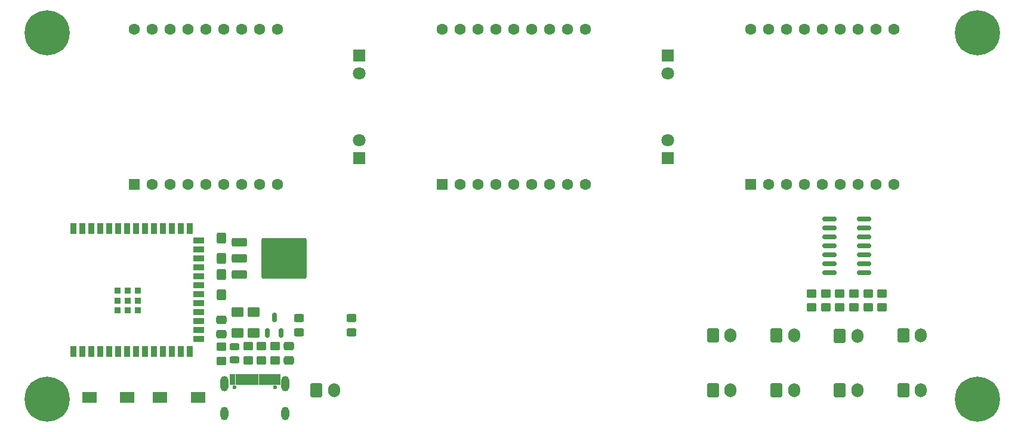
<source format=gts>
G04 #@! TF.GenerationSoftware,KiCad,Pcbnew,8.0.4*
G04 #@! TF.CreationDate,2024-11-10T20:41:49+01:00*
G04 #@! TF.ProjectId,SchrackMulticlock,53636872-6163-46b4-9d75-6c7469636c6f,v0.0.4*
G04 #@! TF.SameCoordinates,Original*
G04 #@! TF.FileFunction,Soldermask,Top*
G04 #@! TF.FilePolarity,Negative*
%FSLAX46Y46*%
G04 Gerber Fmt 4.6, Leading zero omitted, Abs format (unit mm)*
G04 Created by KiCad (PCBNEW 8.0.4) date 2024-11-10 20:41:49*
%MOMM*%
%LPD*%
G01*
G04 APERTURE LIST*
G04 Aperture macros list*
%AMRoundRect*
0 Rectangle with rounded corners*
0 $1 Rounding radius*
0 $2 $3 $4 $5 $6 $7 $8 $9 X,Y pos of 4 corners*
0 Add a 4 corners polygon primitive as box body*
4,1,4,$2,$3,$4,$5,$6,$7,$8,$9,$2,$3,0*
0 Add four circle primitives for the rounded corners*
1,1,$1+$1,$2,$3*
1,1,$1+$1,$4,$5*
1,1,$1+$1,$6,$7*
1,1,$1+$1,$8,$9*
0 Add four rect primitives between the rounded corners*
20,1,$1+$1,$2,$3,$4,$5,0*
20,1,$1+$1,$4,$5,$6,$7,0*
20,1,$1+$1,$6,$7,$8,$9,0*
20,1,$1+$1,$8,$9,$2,$3,0*%
G04 Aperture macros list end*
%ADD10C,0.010000*%
%ADD11RoundRect,0.243750X-0.456250X0.243750X-0.456250X-0.243750X0.456250X-0.243750X0.456250X0.243750X0*%
%ADD12C,0.800000*%
%ADD13C,6.400000*%
%ADD14RoundRect,0.250001X-0.624999X0.462499X-0.624999X-0.462499X0.624999X-0.462499X0.624999X0.462499X0*%
%ADD15RoundRect,0.250000X0.450000X-0.325000X0.450000X0.325000X-0.450000X0.325000X-0.450000X-0.325000X0*%
%ADD16R,2.000000X1.600000*%
%ADD17C,0.600000*%
%ADD18O,1.104000X2.204000*%
%ADD19O,1.104000X1.904000*%
%ADD20RoundRect,0.250000X-0.600000X-0.750000X0.600000X-0.750000X0.600000X0.750000X-0.600000X0.750000X0*%
%ADD21O,1.700000X2.000000*%
%ADD22RoundRect,0.250000X-0.450000X0.350000X-0.450000X-0.350000X0.450000X-0.350000X0.450000X0.350000X0*%
%ADD23R,1.600000X1.600000*%
%ADD24C,1.600000*%
%ADD25RoundRect,0.250000X-0.475000X0.337500X-0.475000X-0.337500X0.475000X-0.337500X0.475000X0.337500X0*%
%ADD26R,1.800000X1.800000*%
%ADD27C,1.800000*%
%ADD28R,0.900000X1.500000*%
%ADD29R,1.500000X0.900000*%
%ADD30R,0.900000X0.900000*%
%ADD31RoundRect,0.150000X0.150000X-0.512500X0.150000X0.512500X-0.150000X0.512500X-0.150000X-0.512500X0*%
%ADD32RoundRect,0.250000X0.450000X-0.350000X0.450000X0.350000X-0.450000X0.350000X-0.450000X-0.350000X0*%
%ADD33RoundRect,0.250000X-0.850000X-0.350000X0.850000X-0.350000X0.850000X0.350000X-0.850000X0.350000X0*%
%ADD34RoundRect,0.249997X-2.950003X-2.650003X2.950003X-2.650003X2.950003X2.650003X-2.950003X2.650003X0*%
%ADD35RoundRect,0.250000X0.475000X-0.337500X0.475000X0.337500X-0.475000X0.337500X-0.475000X-0.337500X0*%
%ADD36RoundRect,0.250000X-0.425000X0.537500X-0.425000X-0.537500X0.425000X-0.537500X0.425000X0.537500X0*%
%ADD37RoundRect,0.250000X0.425000X-0.537500X0.425000X0.537500X-0.425000X0.537500X-0.425000X-0.537500X0*%
%ADD38RoundRect,0.150000X0.825000X0.150000X-0.825000X0.150000X-0.825000X-0.150000X0.825000X-0.150000X0*%
G04 APERTURE END LIST*
D10*
X153470000Y-112700000D02*
X152770000Y-112700000D01*
X152770000Y-111260000D01*
X153470000Y-111260000D01*
X153470000Y-112700000D01*
G36*
X153470000Y-112700000D02*
G01*
X152770000Y-112700000D01*
X152770000Y-111260000D01*
X153470000Y-111260000D01*
X153470000Y-112700000D01*
G37*
X154270000Y-112700000D02*
X153570000Y-112700000D01*
X153570000Y-111260000D01*
X154270000Y-111260000D01*
X154270000Y-112700000D01*
G36*
X154270000Y-112700000D02*
G01*
X153570000Y-112700000D01*
X153570000Y-111260000D01*
X154270000Y-111260000D01*
X154270000Y-112700000D01*
G37*
X154770000Y-112700000D02*
X154370000Y-112700000D01*
X154370000Y-111260000D01*
X154770000Y-111260000D01*
X154770000Y-112700000D01*
G36*
X154770000Y-112700000D02*
G01*
X154370000Y-112700000D01*
X154370000Y-111260000D01*
X154770000Y-111260000D01*
X154770000Y-112700000D01*
G37*
X155270000Y-112700000D02*
X154870000Y-112700000D01*
X154870000Y-111260000D01*
X155270000Y-111260000D01*
X155270000Y-112700000D01*
G36*
X155270000Y-112700000D02*
G01*
X154870000Y-112700000D01*
X154870000Y-111260000D01*
X155270000Y-111260000D01*
X155270000Y-112700000D01*
G37*
X155770000Y-112700000D02*
X155370000Y-112700000D01*
X155370000Y-111260000D01*
X155770000Y-111260000D01*
X155770000Y-112700000D01*
G36*
X155770000Y-112700000D02*
G01*
X155370000Y-112700000D01*
X155370000Y-111260000D01*
X155770000Y-111260000D01*
X155770000Y-112700000D01*
G37*
X156270000Y-112700000D02*
X155870000Y-112700000D01*
X155870000Y-111260000D01*
X156270000Y-111260000D01*
X156270000Y-112700000D01*
G36*
X156270000Y-112700000D02*
G01*
X155870000Y-112700000D01*
X155870000Y-111260000D01*
X156270000Y-111260000D01*
X156270000Y-112700000D01*
G37*
X156770000Y-112700000D02*
X156370000Y-112700000D01*
X156370000Y-111260000D01*
X156770000Y-111260000D01*
X156770000Y-112700000D01*
G36*
X156770000Y-112700000D02*
G01*
X156370000Y-112700000D01*
X156370000Y-111260000D01*
X156770000Y-111260000D01*
X156770000Y-112700000D01*
G37*
X157270000Y-112700000D02*
X156870000Y-112700000D01*
X156870000Y-111260000D01*
X157270000Y-111260000D01*
X157270000Y-112700000D01*
G36*
X157270000Y-112700000D02*
G01*
X156870000Y-112700000D01*
X156870000Y-111260000D01*
X157270000Y-111260000D01*
X157270000Y-112700000D01*
G37*
X157770000Y-112700000D02*
X157370000Y-112700000D01*
X157370000Y-111260000D01*
X157770000Y-111260000D01*
X157770000Y-112700000D01*
G36*
X157770000Y-112700000D02*
G01*
X157370000Y-112700000D01*
X157370000Y-111260000D01*
X157770000Y-111260000D01*
X157770000Y-112700000D01*
G37*
X158270000Y-112700000D02*
X157870000Y-112700000D01*
X157870000Y-111260000D01*
X158270000Y-111260000D01*
X158270000Y-112700000D01*
G36*
X158270000Y-112700000D02*
G01*
X157870000Y-112700000D01*
X157870000Y-111260000D01*
X158270000Y-111260000D01*
X158270000Y-112700000D01*
G37*
X159070000Y-112700000D02*
X158370000Y-112700000D01*
X158370000Y-111260000D01*
X159070000Y-111260000D01*
X159070000Y-112700000D01*
G36*
X159070000Y-112700000D02*
G01*
X158370000Y-112700000D01*
X158370000Y-111260000D01*
X159070000Y-111260000D01*
X159070000Y-112700000D01*
G37*
X159870000Y-112700000D02*
X159170000Y-112700000D01*
X159170000Y-111260000D01*
X159870000Y-111260000D01*
X159870000Y-112700000D01*
G36*
X159870000Y-112700000D02*
G01*
X159170000Y-112700000D01*
X159170000Y-111260000D01*
X159870000Y-111260000D01*
X159870000Y-112700000D01*
G37*
D11*
X153470000Y-107342500D03*
X153470000Y-109217500D03*
D12*
X258820000Y-65230000D03*
X257122944Y-64527056D03*
X260517056Y-64527056D03*
X256420000Y-62830000D03*
D13*
X258820000Y-62830000D03*
D12*
X261220000Y-62830000D03*
X257122944Y-61132944D03*
X260517056Y-61132944D03*
X258820000Y-60430000D03*
D14*
X153820000Y-102442500D03*
X153820000Y-105417500D03*
D15*
X162570000Y-105355000D03*
X162570000Y-103305000D03*
D16*
X138232500Y-114580000D03*
X132832500Y-114580000D03*
D12*
X126820000Y-117230000D03*
X125122944Y-116527056D03*
X128517056Y-116527056D03*
X124420000Y-114830000D03*
D13*
X126820000Y-114830000D03*
D12*
X129220000Y-114830000D03*
X125122944Y-113132944D03*
X128517056Y-113132944D03*
X126820000Y-112430000D03*
D17*
X153430000Y-113150000D03*
X159210000Y-113150000D03*
D18*
X151995000Y-112660000D03*
X160645000Y-112660000D03*
D19*
X151995000Y-116830000D03*
X160645000Y-116830000D03*
D20*
X230320000Y-113580000D03*
D21*
X232820000Y-113580000D03*
D22*
X237320000Y-99830000D03*
X237320000Y-101830000D03*
D23*
X139170000Y-84330000D03*
D24*
X141710000Y-84330000D03*
X144250000Y-84330000D03*
X146790000Y-84330000D03*
X149330000Y-84330000D03*
X151870000Y-84330000D03*
X154410000Y-84360000D03*
X156950000Y-84360000D03*
X159490000Y-84360000D03*
X159490000Y-62330000D03*
X156950000Y-62330000D03*
X154410000Y-62330000D03*
X151870000Y-62330000D03*
X149330000Y-62330000D03*
X146790000Y-62330000D03*
X144250000Y-62300000D03*
X141710000Y-62300000D03*
X139170000Y-62300000D03*
D23*
X226670000Y-84330000D03*
D24*
X229210000Y-84330000D03*
X231750000Y-84330000D03*
X234290000Y-84330000D03*
X236830000Y-84330000D03*
X239370000Y-84330000D03*
X241910000Y-84360000D03*
X244450000Y-84360000D03*
X246990000Y-84360000D03*
X246990000Y-62330000D03*
X244450000Y-62330000D03*
X241910000Y-62330000D03*
X239370000Y-62330000D03*
X236830000Y-62330000D03*
X234290000Y-62330000D03*
X231750000Y-62300000D03*
X229210000Y-62300000D03*
X226670000Y-62300000D03*
D25*
X161170000Y-107292500D03*
X161170000Y-109367500D03*
D26*
X171170000Y-66050000D03*
D27*
X171170000Y-68590000D03*
D22*
X245320000Y-99830000D03*
X245320000Y-101830000D03*
D12*
X126820000Y-65230000D03*
X125122944Y-64527056D03*
X128517056Y-64527056D03*
X124420000Y-62830000D03*
D13*
X126820000Y-62830000D03*
D12*
X129220000Y-62830000D03*
X125122944Y-61132944D03*
X128517056Y-61132944D03*
X126820000Y-60430000D03*
D20*
X239320000Y-105830000D03*
D21*
X241820000Y-105830000D03*
D22*
X235320000Y-99830000D03*
X235320000Y-101830000D03*
X243320000Y-99830000D03*
X243320000Y-101830000D03*
D16*
X142870000Y-114580000D03*
X148270000Y-114580000D03*
D28*
X130560000Y-108080000D03*
X131830000Y-108080000D03*
X133100000Y-108080000D03*
X134370000Y-108080000D03*
X135640000Y-108080000D03*
X136910000Y-108080000D03*
X138180000Y-108080000D03*
X139450000Y-108080000D03*
X140720000Y-108080000D03*
X141990000Y-108080000D03*
X143260000Y-108080000D03*
X144530000Y-108080000D03*
X145800000Y-108080000D03*
X147070000Y-108080000D03*
D29*
X148320000Y-106315000D03*
X148320000Y-105045000D03*
X148320000Y-103775000D03*
X148320000Y-102505000D03*
X148320000Y-101235000D03*
X148320000Y-99965000D03*
X148320000Y-98695000D03*
X148320000Y-97425000D03*
X148320000Y-96155000D03*
X148320000Y-94885000D03*
X148320000Y-93615000D03*
X148320000Y-92345000D03*
D28*
X147070000Y-90580000D03*
X145800000Y-90580000D03*
X144530000Y-90580000D03*
X143260000Y-90580000D03*
X141990000Y-90580000D03*
X140720000Y-90580000D03*
X139450000Y-90580000D03*
X138180000Y-90580000D03*
X136910000Y-90580000D03*
X135640000Y-90580000D03*
X134370000Y-90580000D03*
X133100000Y-90580000D03*
X131830000Y-90580000D03*
X130560000Y-90580000D03*
D30*
X136880000Y-102230000D03*
X138280000Y-102230000D03*
X139680000Y-102230000D03*
X139680000Y-102230000D03*
X136880000Y-100830000D03*
X136880000Y-100830000D03*
X138280000Y-100830000D03*
X139680000Y-100830000D03*
X136880000Y-99430000D03*
X138280000Y-99430000D03*
X139680000Y-99430000D03*
D20*
X248320000Y-113580000D03*
D21*
X250820000Y-113580000D03*
D20*
X239320000Y-113580000D03*
D21*
X241820000Y-113580000D03*
D31*
X158120000Y-105467500D03*
X160020000Y-105467500D03*
X159070000Y-103192500D03*
D12*
X258820000Y-117230000D03*
X257122944Y-116527056D03*
X260517056Y-116527056D03*
X256420000Y-114830000D03*
D13*
X258820000Y-114830000D03*
D12*
X261220000Y-114830000D03*
X257122944Y-113132944D03*
X260517056Y-113132944D03*
X258820000Y-112430000D03*
D32*
X159170000Y-109330000D03*
X159170000Y-107330000D03*
D26*
X214920000Y-80590000D03*
D27*
X214920000Y-78050000D03*
D23*
X182920000Y-84330000D03*
D24*
X185460000Y-84330000D03*
X188000000Y-84330000D03*
X190540000Y-84330000D03*
X193080000Y-84330000D03*
X195620000Y-84330000D03*
X198160000Y-84360000D03*
X200700000Y-84360000D03*
X203240000Y-84360000D03*
X203240000Y-62330000D03*
X200700000Y-62330000D03*
X198160000Y-62330000D03*
X195620000Y-62330000D03*
X193080000Y-62330000D03*
X190540000Y-62330000D03*
X188000000Y-62300000D03*
X185460000Y-62300000D03*
X182920000Y-62300000D03*
D32*
X155370000Y-109330000D03*
X155370000Y-107330000D03*
D26*
X214920000Y-66050000D03*
D27*
X214920000Y-68590000D03*
D33*
X154132500Y-92550000D03*
X154132500Y-94830000D03*
D34*
X160432500Y-94830000D03*
D33*
X154132500Y-97110000D03*
D20*
X248320000Y-105805000D03*
D21*
X250820000Y-105805000D03*
D22*
X239300000Y-99830000D03*
X239300000Y-101830000D03*
X151570000Y-107400000D03*
X151570000Y-109400000D03*
D14*
X156170000Y-102442500D03*
X156170000Y-105417500D03*
D22*
X241320000Y-99830000D03*
X241320000Y-101830000D03*
D32*
X157270000Y-109330000D03*
X157270000Y-107330000D03*
D15*
X170070000Y-105355000D03*
X170070000Y-103305000D03*
D26*
X171170000Y-80590000D03*
D27*
X171170000Y-78050000D03*
D20*
X230320000Y-105805000D03*
D21*
X232820000Y-105805000D03*
D35*
X151570000Y-105617500D03*
X151570000Y-103542500D03*
D20*
X221320000Y-105805000D03*
D21*
X223820000Y-105805000D03*
D36*
X151570000Y-97142500D03*
X151570000Y-100017500D03*
D37*
X151570000Y-94830000D03*
X151570000Y-91955000D03*
D20*
X221320000Y-113555000D03*
D21*
X223820000Y-113555000D03*
D20*
X165070000Y-113580000D03*
D21*
X167570000Y-113580000D03*
D38*
X242795000Y-96890000D03*
X242795000Y-95620000D03*
X242795000Y-94350000D03*
X242795000Y-93080000D03*
X242795000Y-91810000D03*
X242795000Y-90540000D03*
X242795000Y-89270000D03*
X237845000Y-89270000D03*
X237845000Y-90540000D03*
X237845000Y-91810000D03*
X237845000Y-93080000D03*
X237845000Y-94350000D03*
X237845000Y-95620000D03*
X237845000Y-96890000D03*
M02*

</source>
